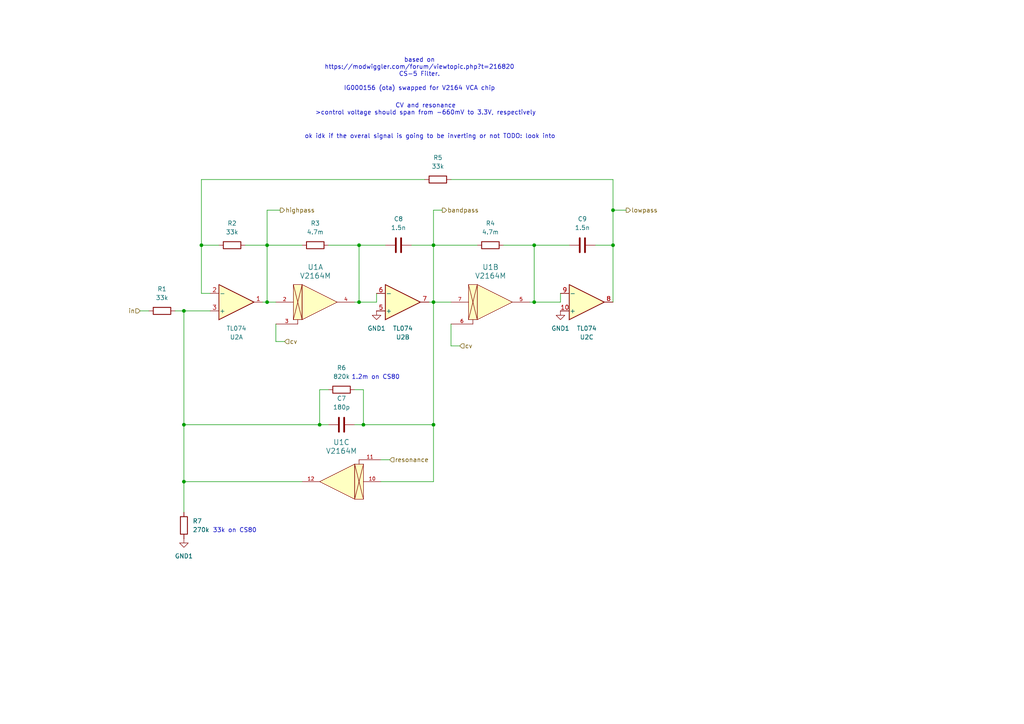
<source format=kicad_sch>
(kicad_sch (version 20231120) (generator "eeschema") (generator_version "8.0")
  (paper "A4")
  (lib_symbols
    (symbol "Device:C" (pin_numbers hide) (pin_names (offset 0.254))
      (property "Reference" "C" (at 0.635 2.54 0))
      (property "Value" "C" (at 0.635 -2.54 0))
      (symbol "C_0_1"
        (polyline (pts (xy -2.032 -0.762) (xy 2.032 -0.762)) (stroke (width 0.508)))
        (polyline (pts (xy -2.032 0.762) (xy 2.032 0.762)) (stroke (width 0.508)))
      )
      (symbol "C_1_1"
        (pin passive line (at 0 3.81 270) (length 2.794) (name "~") (number "1"))
        (pin passive line (at 0 -3.81 90) (length 2.794) (name "~") (number "2"))
      )
    )
    (symbol "KitsBlips:R" (pin_numbers hide) (pin_names (offset 0))
      (property "Reference" "R" (at 2.032 0 90))
      (property "Value" "R" (at 0 0 90))
      (symbol "R_0_1"
        (rectangle (start -1.016 -2.54) (end 1.016 2.54) (stroke (width 0.254)))
      )
      (symbol "R_1_1"
        (pin passive line (at 0 3.81 270) (length 1.27) (name "~") (number "1"))
        (pin passive line (at 0 -3.81 90) (length 1.27) (name "~") (number "2"))
      )
    )
    (symbol "KitsBlips:TL074" (pin_names (offset 0.127))
      (property "Reference" "U" (at 0 5.08 0))
      (property "Value" "TL074" (at 0 -5.08 0))
      (symbol "TL074_1_1"
        (polyline (pts (xy -5.08 5.08) (xy 5.08 0) (xy -5.08 -5.08) (xy -5.08 5.08)) (stroke (width 0.254)) (fill (type background)))
        (pin output line (at 7.62 0 180) (length 2.54) (name "~") (number "1"))
        (pin input line (at -7.62 -2.54 0) (length 2.54) (name "-") (number "2"))
        (pin input line (at -7.62 2.54 0) (length 2.54) (name "+") (number "3"))
      )
      (symbol "TL074_2_1"
        (polyline (pts (xy -5.08 5.08) (xy 5.08 0) (xy -5.08 -5.08) (xy -5.08 5.08)) (stroke (width 0.254)) (fill (type background)))
        (pin input line (at -7.62 2.54 0) (length 2.54) (name "+") (number "5"))
        (pin input line (at -7.62 -2.54 0) (length 2.54) (name "-") (number "6"))
        (pin output line (at 7.62 0 180) (length 2.54) (name "~") (number "7"))
      )
      (symbol "TL074_3_1"
        (polyline (pts (xy -5.08 5.08) (xy 5.08 0) (xy -5.08 -5.08) (xy -5.08 5.08)) (stroke (width 0.254)) (fill (type background)))
        (pin input line (at -7.62 2.54 0) (length 2.54) (name "+") (number "10"))
        (pin output line (at 7.62 0 180) (length 2.54) (name "~") (number "8"))
        (pin input line (at -7.62 -2.54 0) (length 2.54) (name "-") (number "9"))
      )
      (symbol "TL074_4_1"
        (polyline (pts (xy -5.08 5.08) (xy 5.08 0) (xy -5.08 -5.08) (xy -5.08 5.08)) (stroke (width 0.254)) (fill (type background)))
        (pin input line (at -7.62 2.54 0) (length 2.54) (name "+") (number "12"))
        (pin input line (at -7.62 -2.54 0) (length 2.54) (name "-") (number "13"))
        (pin output line (at 7.62 0 180) (length 2.54) (name "~") (number "14"))
      )
      (symbol "TL074_5_1"
        (pin power_in line (at -2.54 -7.62 90) (length 3.81) (name "V-") (number "11"))
        (pin power_in line (at -2.54 7.62 270) (length 3.81) (name "V+") (number "4"))
      )
    )
    (symbol "PCM_4ms_IC:V2164M"
      (property "Reference" "U" (at 3.81 2.54 0))
      (property "Value" "V2164M" (at 5.08 -2.54 0))
      (symbol "V2164M_1_1"
        (rectangle (start -5.08 5.08) (end -7.62 -5.08) (fill (type background)))
        (polyline (pts (xy -7.62 -5.08) (xy -5.08 5.08)))
        (polyline (pts (xy -7.62 5.08) (xy -5.08 -5.08)))
        (polyline (pts (xy -6.35 -5.08) (xy -6.35 -6.35)))
        (polyline (pts (xy -5.08 5.08) (xy 5.08 0) (xy -5.08 -5.08) (xy -5.08 5.08)) (stroke (width 0.1524)) (fill (type background)))
        (pin input line (at -12.7 0 0) (length 5.08) (name "~") (number "2"))
        (pin input line (at -12.7 -6.35 0) (length 6.35) (name "~") (number "3"))
        (pin output line (at 10.16 0 180) (length 5.08) (name "~") (number "4"))
      )
      (symbol "V2164M_2_1"
        (rectangle (start -5.08 5.08) (end -7.62 -5.08) (fill (type background)))
        (polyline (pts (xy -7.62 -5.08) (xy -5.08 5.08)))
        (polyline (pts (xy -7.62 5.08) (xy -5.08 -5.08)))
        (polyline (pts (xy -6.35 -5.08) (xy -6.35 -6.35)))
        (polyline (pts (xy -5.08 5.08) (xy 5.08 0) (xy -5.08 -5.08) (xy -5.08 5.08)) (stroke (width 0.1524)) (fill (type background)))
        (pin output line (at 10.16 0 180) (length 5.08) (name "~") (number "5"))
        (pin input line (at -12.7 -6.35 0) (length 6.35) (name "~") (number "6"))
        (pin input line (at -12.7 0 0) (length 5.08) (name "~") (number "7"))
      )
      (symbol "V2164M_3_1"
        (rectangle (start -5.08 5.08) (end -7.62 -5.08) (fill (type background)))
        (polyline (pts (xy -7.62 -5.08) (xy -5.08 5.08)))
        (polyline (pts (xy -7.62 5.08) (xy -5.08 -5.08)))
        (polyline (pts (xy -6.35 -5.08) (xy -6.35 -6.35)))
        (polyline (pts (xy -5.08 5.08) (xy 5.08 0) (xy -5.08 -5.08) (xy -5.08 5.08)) (stroke (width 0.1524)) (fill (type background)))
        (pin input line (at -12.7 0 0) (length 5.08) (name "~") (number "10"))
        (pin input line (at -12.7 -6.35 0) (length 6.35) (name "~") (number "11"))
        (pin output line (at 10.16 0 180) (length 5.08) (name "~") (number "12"))
      )
      (symbol "V2164M_4_1"
        (rectangle (start -5.08 5.08) (end -7.62 -5.08) (fill (type background)))
        (polyline (pts (xy -7.62 -5.08) (xy -5.08 5.08)))
        (polyline (pts (xy -7.62 5.08) (xy -5.08 -5.08)))
        (polyline (pts (xy -6.35 -5.08) (xy -6.35 -6.35)))
        (polyline (pts (xy -5.08 5.08) (xy 5.08 0) (xy -5.08 -5.08) (xy -5.08 5.08)) (stroke (width 0.1524)) (fill (type background)))
        (pin output line (at 10.16 0 180) (length 5.08) (name "~") (number "13"))
        (pin input line (at -12.7 -6.35 0) (length 6.35) (name "~") (number "14"))
        (pin input line (at -12.7 0 0) (length 5.08) (name "~") (number "15"))
      )
      (symbol "V2164M_5_1"
        (rectangle (start 3.81 5.08) (end -3.81 -5.08) (fill (type background)))
        (pin power_in line (at 2.54 7.62 270) (length 2.54) (name "~") (number "1"))
        (pin power_in line (at -2.54 7.62 270) (length 2.54) (name "V+") (number "16"))
        (pin power_in line (at 2.54 -7.62 90) (length 2.54) (name "GND") (number "8"))
        (pin power_in line (at -2.54 -7.62 90) (length 2.54) (name "V-") (number "9"))
      )
    )
    (symbol "power:GND1" (power) (pin_numbers hide) (pin_names (offset 0) hide)
      (property "Value" "GND1" (at 0 -3.81 0))
      (symbol "GND1_0_1"
        (polyline (pts (xy 0 0) (xy 0 -1.27) (xy 1.27 -1.27) (xy 0 -2.54) (xy -1.27 -1.27) (xy 0 -1.27)))
      )
      (symbol "GND1_1_1"
        (pin power_in line (at 0 0 270) (length 0) (name "~") (number "1"))
      )
    )
  )
  (junction (at 58.42 71.12))
  (junction (at 154.94 87.63))
  (junction (at 177.8 60.96))
  (junction (at 53.34 139.7))
  (junction (at 77.47 87.63))
  (junction (at 125.73 123.19))
  (junction (at 53.34 123.19))
  (junction (at 105.41 123.19))
  (junction (at 104.14 71.12))
  (junction (at 125.73 87.63))
  (junction (at 92.71 123.19))
  (junction (at 77.47 71.12))
  (junction (at 104.14 87.63))
  (junction (at 53.34 90.17))
  (junction (at 125.73 71.12))
  (junction (at 177.8 71.12))
  (junction (at 154.94 71.12))
  (wire (pts (xy 130.81 100.33) (xy 133.35 100.33)))
  (wire (pts (xy 130.81 93.98) (xy 130.81 100.33)))
  (wire (pts (xy 80.01 99.06) (xy 82.55 99.06)))
  (wire (pts (xy 58.42 52.07) (xy 123.19 52.07)))
  (wire (pts (xy 50.8 90.17) (xy 53.34 90.17)))
  (wire (pts (xy 125.73 71.12) (xy 125.73 87.63)))
  (wire (pts (xy 177.8 71.12) (xy 177.8 87.63)))
  (wire (pts (xy 105.41 123.19) (xy 125.73 123.19)))
  (wire (pts (xy 77.47 87.63) (xy 80.01 87.63)))
  (wire (pts (xy 119.38 71.12) (xy 125.73 71.12)))
  (wire (pts (xy 104.14 71.12) (xy 104.14 87.63)))
  (wire (pts (xy 153.67 87.63) (xy 154.94 87.63)))
  (wire (pts (xy 76.2 87.63) (xy 77.47 87.63)))
  (wire (pts (xy 105.41 113.03) (xy 105.41 123.19)))
  (wire (pts (xy 53.34 139.7) (xy 53.34 148.59)))
  (wire (pts (xy 146.05 71.12) (xy 154.94 71.12)))
  (wire (pts (xy 128.27 60.96) (xy 125.73 60.96)))
  (wire (pts (xy 162.56 85.09) (xy 162.56 87.63)))
  (wire (pts (xy 177.8 52.07) (xy 177.8 60.96)))
  (wire (pts (xy 92.71 113.03) (xy 95.25 113.03)))
  (wire (pts (xy 104.14 87.63) (xy 109.22 87.63)))
  (wire (pts (xy 40.64 90.17) (xy 43.18 90.17)))
  (wire (pts (xy 53.34 123.19) (xy 53.34 90.17)))
  (wire (pts (xy 77.47 60.96) (xy 77.47 71.12)))
  (wire (pts (xy 58.42 52.07) (xy 58.42 71.12)))
  (wire (pts (xy 77.47 60.96) (xy 81.28 60.96)))
  (wire (pts (xy 177.8 60.96) (xy 181.61 60.96)))
  (wire (pts (xy 125.73 123.19) (xy 125.73 87.63)))
  (wire (pts (xy 125.73 87.63) (xy 130.81 87.63)))
  (wire (pts (xy 109.22 85.09) (xy 109.22 87.63)))
  (wire (pts (xy 154.94 71.12) (xy 154.94 87.63)))
  (wire (pts (xy 130.81 52.07) (xy 177.8 52.07)))
  (wire (pts (xy 95.25 71.12) (xy 104.14 71.12)))
  (wire (pts (xy 87.63 71.12) (xy 77.47 71.12)))
  (wire (pts (xy 105.41 113.03) (xy 102.87 113.03)))
  (wire (pts (xy 102.87 87.63) (xy 104.14 87.63)))
  (wire (pts (xy 92.71 113.03) (xy 92.71 123.19)))
  (wire (pts (xy 80.01 93.98) (xy 80.01 99.06)))
  (wire (pts (xy 154.94 71.12) (xy 165.1 71.12)))
  (wire (pts (xy 53.34 139.7) (xy 87.63 139.7)))
  (wire (pts (xy 154.94 87.63) (xy 162.56 87.63)))
  (wire (pts (xy 53.34 90.17) (xy 60.96 90.17)))
  (wire (pts (xy 125.73 60.96) (xy 125.73 71.12)))
  (wire (pts (xy 92.71 123.19) (xy 95.25 123.19)))
  (wire (pts (xy 53.34 123.19) (xy 53.34 139.7)))
  (wire (pts (xy 104.14 71.12) (xy 111.76 71.12)))
  (wire (pts (xy 102.87 123.19) (xy 105.41 123.19)))
  (wire (pts (xy 63.5 71.12) (xy 58.42 71.12)))
  (wire (pts (xy 125.73 139.7) (xy 125.73 123.19)))
  (wire (pts (xy 77.47 71.12) (xy 77.47 87.63)))
  (wire (pts (xy 110.49 133.35) (xy 113.03 133.35)))
  (wire (pts (xy 110.49 139.7) (xy 125.73 139.7)))
  (wire (pts (xy 172.72 71.12) (xy 177.8 71.12)))
  (wire (pts (xy 177.8 60.96) (xy 177.8 71.12)))
  (wire (pts (xy 125.73 71.12) (xy 138.43 71.12)))
  (wire (pts (xy 71.12 71.12) (xy 77.47 71.12)))
  (wire (pts (xy 58.42 71.12) (xy 58.42 85.09)))
  (wire (pts (xy 125.73 87.63) (xy 124.46 87.63)))
  (wire (pts (xy 58.42 85.09) (xy 60.96 85.09)))
  (wire (pts (xy 53.34 123.19) (xy 92.71 123.19)))
  (text "CV and resonance\n>control voltage should span from -660mV to 3.3V, respectively" (at 123.444 31.75 0) (effects (font (size 1.27 1.27))))
  (text "33k on CS80" (at 68.072 153.924 0) (effects (font (size 1.27 1.27))))
  (text "based on\nhttps://modwiggler.com/forum/viewtopic.php?t=216820\nCS-5 Filter.\n\nIG000156 (ota) swapped for V2164 VCA chip" (at 121.666 21.59 0) (effects (font (size 1.27 1.27))))
  (text "1.2m on CS80" (at 108.966 109.474 0) (effects (font (size 1.27 1.27))))
  (text "ok idk if the overal signal is going to be inverting or not TODO: look into" (at 124.714 39.624 0) (effects (font (size 1.27 1.27))))
  (hierarchical_label "highpass" (shape output) (at 81.28 60.96 0))
  (hierarchical_label "lowpass" (shape output) (at 181.61 60.96 0))
  (hierarchical_label "bandpass" (shape output) (at 128.27 60.96 0))
  (hierarchical_label "resonance " (shape input) (at 113.03 133.35 0))
  (hierarchical_label "cv" (shape input) (at 133.35 100.33 0))
  (hierarchical_label "in" (shape input) (at 40.64 90.17 180))
  (hierarchical_label "cv" (shape input) (at 82.55 99.06 0))
  (symbol (lib_id "KitsBlips:R") (at 142.24 71.12 90) (unit 1)
    (property "Reference" "R4" (at 142.24 64.77 90))
    (property "Value" "4.7m" (at 142.24 67.31 90))
    (property "Footprint" "PCM_4ms_Resistor:R_Axial_DIN0207_L6.3mm_D2.5mm_P7.62mm_Horizontal" (effects (hide yes)))
    (property "Description" "Resistor" (effects (hide yes)))
  )
  (symbol (lib_id "KitsBlips:R") (at 53.34 152.4 180) (unit 1)
    (property "Reference" "R7" (at 55.88 151.1299 0) (effects (justify right)))
    (property "Value" "270k" (at 55.88 153.6699 0) (effects (justify right)))
    (property "Footprint" "PCM_4ms_Resistor:R_Axial_DIN0207_L6.3mm_D2.5mm_P7.62mm_Horizontal" (effects (hide yes)))
    (property "Description" "Resistor" (effects (hide yes)))
  )
  (symbol (lib_id "Device:C") (at 115.57 71.12 90) (unit 1)
    (property "Reference" "C8" (at 115.57 63.5 90))
    (property "Value" "1.5n" (at 115.57 66.04 90))
    (property "Footprint" "Capacitor_THT:C_Disc_D6.0mm_W2.5mm_P5.00mm" (effects (hide yes)))
    (property "Description" "Unpolarized capacitor" (effects (hide yes)))
  )
  (symbol (lib_id "power:GND1") (at 162.56 90.17 0) (unit 1)
    (property "Reference" "#PWR04" (effects (hide yes)))
    (property "Value" "GND1" (at 162.56 95.25 0))
    (property "Description" "Power symbol creates a global label with name \"GND1\" , ground" (effects (hide yes)))
  )
  (symbol (lib_id "Device:C") (at 168.91 71.12 90) (unit 1)
    (property "Reference" "C9" (at 168.91 63.5 90))
    (property "Value" "1.5n" (at 168.91 66.04 90))
    (property "Footprint" "Capacitor_THT:C_Disc_D6.0mm_W2.5mm_P5.00mm" (effects (hide yes)))
    (property "Description" "Unpolarized capacitor" (effects (hide yes)))
  )
  (symbol (lib_id "PCM_4ms_IC:V2164M") (at 143.51 87.63 0) (unit 2)
    (property "Reference" "U1" (at 142.2781 77.47 0) (effects (font (size 1.524 1.524))))
    (property "Value" "V2164M" (at 142.2781 80.01 0) (effects (font (size 1.524 1.524))))
    (property "Footprint" "Package_DIP:DIP-16_W7.62mm_Socket" (effects (hide yes)))
    (property "Datasheet" "https://www.coolaudio.com/docs/COOLAUDIO_V2164MD_DATASHEET.pdf" (effects (hide yes)))
    (property "Description" "V2164 Quad VCA" (effects (hide yes)))
  )
  (symbol (lib_id "Device:C") (at 99.06 123.19 90) (unit 1)
    (property "Reference" "C7" (at 99.06 115.57 90))
    (property "Value" "180p" (at 99.06 118.11 90))
    (property "Footprint" "Capacitor_THT:C_Disc_D6.0mm_W2.5mm_P5.00mm" (effects (hide yes)))
    (property "Description" "Unpolarized capacitor" (effects (hide yes)))
  )
  (symbol (lib_id "PCM_4ms_IC:V2164M") (at 97.79 139.7 180) (unit 3)
    (property "Reference" "U1" (at 99.0219 128.27 0) (effects (font (size 1.524 1.524))))
    (property "Value" "V2164M" (at 99.0219 130.81 0) (effects (font (size 1.524 1.524))))
    (property "Footprint" "Package_DIP:DIP-16_W7.62mm_Socket" (effects (hide yes)))
    (property "Datasheet" "https://www.coolaudio.com/docs/COOLAUDIO_V2164MD_DATASHEET.pdf" (effects (hide yes)))
    (property "Description" "V2164 Quad VCA" (effects (hide yes)))
  )
  (symbol (lib_id "KitsBlips:TL074") (at 68.58 87.63 0) (mirror x) (unit 1)
    (property "Reference" "U2" (at 68.58 97.79 0))
    (property "Value" "TL074" (at 68.58 95.25 0))
    (property "Footprint" "Package_DIP:DIP-14_W7.62mm_Socket" (effects (hide yes)))
    (property "Datasheet" "http://www.ti.com/lit/ds/symlink/tl071.pdf" (effects (hide yes)))
    (property "Description" "Quad Low-Noise JFET-Input Operational Amplifiers, DIP-14/SOIC-14" (effects (hide yes)))
  )
  (symbol (lib_id "KitsBlips:R") (at 67.31 71.12 90) (unit 1)
    (property "Reference" "R2" (at 67.31 64.77 90))
    (property "Value" "33k" (at 67.31 67.31 90))
    (property "Footprint" "PCM_4ms_Resistor:R_Axial_DIN0207_L6.3mm_D2.5mm_P7.62mm_Horizontal" (effects (hide yes)))
    (property "Description" "Resistor" (effects (hide yes)))
  )
  (symbol (lib_id "KitsBlips:R") (at 127 52.07 90) (unit 1)
    (property "Reference" "R5" (at 127 45.72 90))
    (property "Value" "33k" (at 127 48.26 90))
    (property "Footprint" "PCM_4ms_Resistor:R_Axial_DIN0207_L6.3mm_D2.5mm_P7.62mm_Horizontal" (effects (hide yes)))
    (property "Description" "Resistor" (effects (hide yes)))
  )
  (symbol (lib_id "KitsBlips:R") (at 46.99 90.17 90) (unit 1)
    (property "Reference" "R1" (at 46.99 83.82 90))
    (property "Value" "33k" (at 46.99 86.36 90))
    (property "Footprint" "PCM_4ms_Resistor:R_Axial_DIN0207_L6.3mm_D2.5mm_P7.62mm_Horizontal" (effects (hide yes)))
    (property "Description" "Resistor" (effects (hide yes)))
  )
  (symbol (lib_id "KitsBlips:R") (at 91.44 71.12 90) (unit 1)
    (property "Reference" "R3" (at 91.44 64.77 90))
    (property "Value" "4.7m" (at 91.44 67.31 90))
    (property "Footprint" "PCM_4ms_Resistor:R_Axial_DIN0207_L6.3mm_D2.5mm_P7.62mm_Horizontal" (effects (hide yes)))
    (property "Description" "Resistor" (effects (hide yes)))
  )
  (symbol (lib_id "KitsBlips:TL074") (at 170.18 87.63 0) (mirror x) (unit 3)
    (property "Reference" "U2" (at 170.18 97.79 0))
    (property "Value" "TL074" (at 170.18 95.25 0))
    (property "Footprint" "Package_DIP:DIP-14_W7.62mm_Socket" (effects (hide yes)))
    (property "Datasheet" "http://www.ti.com/lit/ds/symlink/tl071.pdf" (effects (hide yes)))
    (property "Description" "Quad Low-Noise JFET-Input Operational Amplifiers, DIP-14/SOIC-14" (effects (hide yes)))
  )
  (symbol (lib_id "power:GND1") (at 53.34 156.21 0) (unit 1)
    (property "Reference" "#PWR07" (effects (hide yes)))
    (property "Value" "GND1" (at 53.34 161.29 0))
    (property "Description" "Power symbol creates a global label with name \"GND1\" , ground" (effects (hide yes)))
  )
  (symbol (lib_id "KitsBlips:R") (at 99.06 113.03 90) (unit 1)
    (property "Reference" "R6" (at 99.06 106.68 90))
    (property "Value" "820k" (at 99.06 109.22 90))
    (property "Footprint" "PCM_4ms_Resistor:R_Axial_DIN0207_L6.3mm_D2.5mm_P7.62mm_Horizontal" (effects (hide yes)))
    (property "Description" "Resistor" (effects (hide yes)))
  )
  (symbol (lib_id "PCM_4ms_IC:V2164M") (at 92.71 87.63 0) (unit 1)
    (property "Reference" "U1" (at 91.4781 77.47 0) (effects (font (size 1.524 1.524))))
    (property "Value" "V2164M" (at 91.4781 80.01 0) (effects (font (size 1.524 1.524))))
    (property "Footprint" "Package_DIP:DIP-16_W7.62mm_Socket" (effects (hide yes)))
    (property "Datasheet" "https://www.coolaudio.com/docs/COOLAUDIO_V2164MD_DATASHEET.pdf" (effects (hide yes)))
    (property "Description" "V2164 Quad VCA" (effects (hide yes)))
  )
  (symbol (lib_id "KitsBlips:TL074") (at 116.84 87.63 0) (mirror x) (unit 2)
    (property "Reference" "U2" (at 116.84 97.79 0))
    (property "Value" "TL074" (at 116.84 95.25 0))
    (property "Footprint" "Package_DIP:DIP-14_W7.62mm_Socket" (effects (hide yes)))
    (property "Datasheet" "http://www.ti.com/lit/ds/symlink/tl071.pdf" (effects (hide yes)))
    (property "Description" "Quad Low-Noise JFET-Input Operational Amplifiers, DIP-14/SOIC-14" (effects (hide yes)))
  )
  (symbol (lib_id "power:GND1") (at 109.22 90.17 0) (unit 1)
    (property "Reference" "#PWR05" (effects (hide yes)))
    (property "Value" "GND1" (at 109.22 95.25 0))
    (property "Description" "Power symbol creates a global label with name \"GND1\" , ground" (effects (hide yes)))
  )
)
</source>
